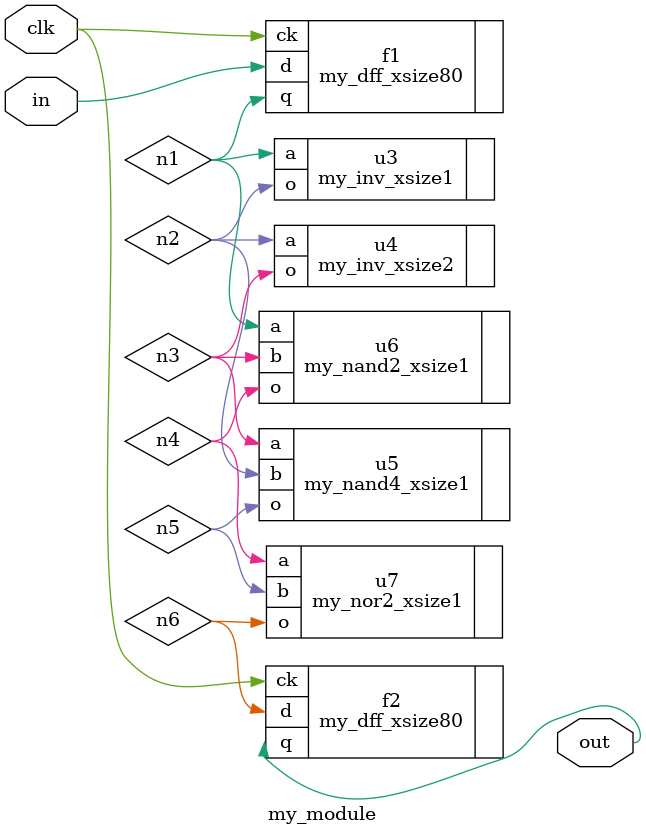
<source format=v>
module my_module (
in,
clk,
out
);

// primary inputs
input in;
input clk;

// primary outputs
output out;

// wires
wire n1;
wire n2;
wire n3;
wire n4;
wire n5;
wire n6;
wire in;
wire clk;
wire out;

// cells
my_dff_xsize80 f1 (.d(in), .ck(clk), .q(n1));
my_inv_xsize1 u3 (.a(n1), .o(n2));
my_inv_xsize2 u4 (.a(n2), .o(n3));
my_nand2_xsize1 u6 ( .a(n1), .b(n3), .o(n4));
my_nand4_xsize1 u5 ( .a(n3), .b(n2), .o(n5));
my_nor2_xsize1 u7 ( .a(n4), .b(n5), .o(n6) );
my_dff_xsize80 f2 ( .d(n6), .ck(clk), .q(out) );

endmodule

</source>
